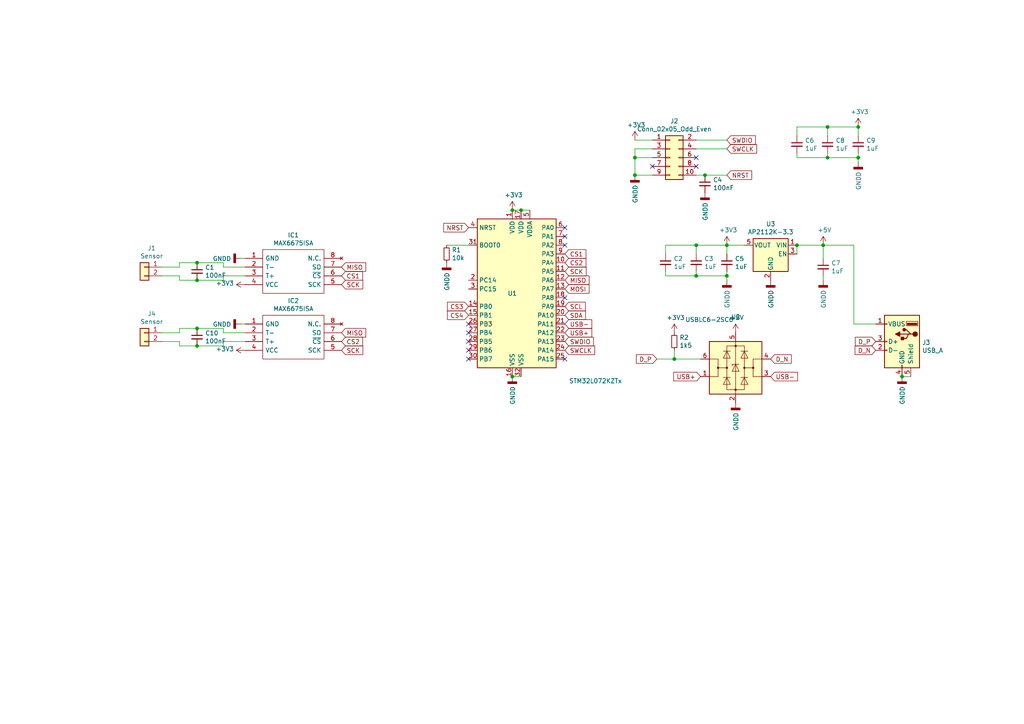
<source format=kicad_sch>
(kicad_sch (version 20231120) (generator "eeschema") (generator_version "8.0")
  (paper "A4")
  (title_block (title "USB Temperatur logger") (date "2025-02-16") (rev "1,0"))
  (lib_symbols
    (symbol "Connector_Generic:Conn_01x02" (pin_names (offset 1.016) hide)
      (property "Reference" "J" (at 0 2.54 0))
      (property "Value" "Conn_01x02" (at 0 -5.08 0))
      (symbol "Conn_01x02_1_1"
        (rectangle (start -1.27 -2.413) (end 0 -2.667) (stroke (width 0.1524)))
        (rectangle (start -1.27 0.127) (end 0 -0.127) (stroke (width 0.1524)))
        (rectangle (start -1.27 1.27) (end 1.27 -3.81) (stroke (width 0.254)) (fill (type background)))
        (pin passive line (at -5.08 0 0) (length 3.81) (name "Pin_1") (number "1"))
        (pin passive line (at -5.08 -2.54 0) (length 3.81) (name "Pin_2") (number "2"))
      )
    )
    (symbol "Connector_Generic:Conn_02x05_Odd_Even" (pin_names (offset 1.016) hide)
      (property "Reference" "J" (at 1.27 7.62 0))
      (property "Value" "Conn_02x05_Odd_Even" (at 1.27 -7.62 0))
      (symbol "Conn_02x05_Odd_Even_1_1"
        (rectangle (start -1.27 -4.953) (end 0 -5.207) (stroke (width 0.1524)))
        (rectangle (start -1.27 -2.413) (end 0 -2.667) (stroke (width 0.1524)))
        (rectangle (start -1.27 0.127) (end 0 -0.127) (stroke (width 0.1524)))
        (rectangle (start -1.27 2.667) (end 0 2.413) (stroke (width 0.1524)))
        (rectangle (start -1.27 5.207) (end 0 4.953) (stroke (width 0.1524)))
        (rectangle (start -1.27 6.35) (end 3.81 -6.35) (stroke (width 0.254)) (fill (type background)))
        (rectangle (start 3.81 -4.953) (end 2.54 -5.207) (stroke (width 0.1524)))
        (rectangle (start 3.81 -2.413) (end 2.54 -2.667) (stroke (width 0.1524)))
        (rectangle (start 3.81 0.127) (end 2.54 -0.127) (stroke (width 0.1524)))
        (rectangle (start 3.81 2.667) (end 2.54 2.413) (stroke (width 0.1524)))
        (rectangle (start 3.81 5.207) (end 2.54 4.953) (stroke (width 0.1524)))
        (pin passive line (at -5.08 5.08 0) (length 3.81) (name "Pin_1") (number "1"))
        (pin passive line (at 7.62 -5.08 180) (length 3.81) (name "Pin_10") (number "10"))
        (pin passive line (at 7.62 5.08 180) (length 3.81) (name "Pin_2") (number "2"))
        (pin passive line (at -5.08 2.54 0) (length 3.81) (name "Pin_3") (number "3"))
        (pin passive line (at 7.62 2.54 180) (length 3.81) (name "Pin_4") (number "4"))
        (pin passive line (at -5.08 0 0) (length 3.81) (name "Pin_5") (number "5"))
        (pin passive line (at 7.62 0 180) (length 3.81) (name "Pin_6") (number "6"))
        (pin passive line (at -5.08 -2.54 0) (length 3.81) (name "Pin_7") (number "7"))
        (pin passive line (at 7.62 -2.54 180) (length 3.81) (name "Pin_8") (number "8"))
        (pin passive line (at -5.08 -5.08 0) (length 3.81) (name "Pin_9") (number "9"))
      )
    )
    (symbol "Device:C_Small" (pin_numbers hide) (pin_names (offset 0.254) hide)
      (property "Reference" "C" (at 0.254 1.778 0))
      (property "Value" "C_Small" (at 0.254 -2.032 0))
      (symbol "C_Small_0_1"
        (polyline (pts (xy -1.524 -0.508) (xy 1.524 -0.508)) (stroke (width 0.3302)))
        (polyline (pts (xy -1.524 0.508) (xy 1.524 0.508)) (stroke (width 0.3048)))
      )
      (symbol "C_Small_1_1"
        (pin passive line (at 0 2.54 270) (length 2.032) (name "~") (number "1"))
        (pin passive line (at 0 -2.54 90) (length 2.032) (name "~") (number "2"))
      )
    )
    (symbol "Device:R_Small" (pin_numbers hide) (pin_names (offset 0.254) hide)
      (property "Reference" "R" (at 0.762 0.508 0))
      (property "Value" "R_Small" (at 0.762 -1.016 0))
      (symbol "R_Small_0_1"
        (rectangle (start -0.762 1.778) (end 0.762 -1.778) (stroke (width 0.2032)))
      )
      (symbol "R_Small_1_1"
        (pin passive line (at 0 2.54 270) (length 0.762) (name "~") (number "1"))
        (pin passive line (at 0 -2.54 90) (length 0.762) (name "~") (number "2"))
      )
    )
    (symbol "OvnCtrl-rescue:+3V3-power" (power) (pin_names (offset 0))
      (property "Value" "power_+3V3" (at 0 3.556 0))
      (symbol "+3V3-power_0_1"
        (polyline (pts (xy -0.762 1.27) (xy 0 2.54)))
        (polyline (pts (xy 0 0) (xy 0 2.54)))
        (polyline (pts (xy 0 2.54) (xy 0.762 1.27)))
      )
      (symbol "+3V3-power_1_1"
        (pin power_in line (at 0 0 90) (length 0) hide (name "+3V3") (number "1"))
      )
    )
    (symbol "OvnCtrl-rescue:+5V-power" (power) (pin_names (offset 0))
      (property "Value" "power_+5V" (at 0 3.556 0))
      (symbol "+5V-power_0_1"
        (polyline (pts (xy -0.762 1.27) (xy 0 2.54)))
        (polyline (pts (xy 0 0) (xy 0 2.54)))
        (polyline (pts (xy 0 2.54) (xy 0.762 1.27)))
      )
      (symbol "+5V-power_1_1"
        (pin power_in line (at 0 0 90) (length 0) hide (name "+5V") (number "1"))
      )
    )
    (symbol "OvnCtrl-rescue:AP2112K-3.3-Regulator_Linear-Templogger-rescue" (pin_names (offset 0.254))
      (property "Reference" "U" (at -5.08 5.715 0))
      (property "Value" "AP2112K-3.3-Regulator_Linear-Templogger-rescue" (at 0 5.715 0))
      (symbol "AP2112K-3.3-Regulator_Linear-Templogger-rescue_0_1"
        (rectangle (start -5.08 4.445) (end 5.08 -5.08) (stroke (width 0.254)) (fill (type background)))
      )
      (symbol "AP2112K-3.3-Regulator_Linear-Templogger-rescue_1_1"
        (pin power_in line (at -7.62 2.54 0) (length 2.54) (name "VIN") (number "1"))
        (pin power_in line (at 0 -7.62 90) (length 2.54) (name "GND") (number "2"))
        (pin input line (at -7.62 0 0) (length 2.54) (name "EN") (number "3"))
        (pin no_connect line (at 7.62 0 180) (length 2.54) hide (name "NC") (number "4"))
        (pin power_out line (at 7.62 2.54 180) (length 2.54) (name "VOUT") (number "5"))
      )
    )
    (symbol "OvnCtrl-rescue:GNDD-power" (power) (pin_names (offset 0))
      (property "Value" "power_GNDD" (at 0 -3.175 0))
      (symbol "GNDD-power_0_1"
        (rectangle (start -1.27 -1.524) (end 1.27 -2.032) (stroke (width 0.254)) (fill (type outline)))
        (polyline (pts (xy 0 0) (xy 0 -1.524)))
      )
      (symbol "GNDD-power_1_1"
        (pin power_in line (at 0 0 270) (length 0) hide (name "GNDD") (number "1"))
      )
    )
    (symbol "OvnCtrl-rescue:MAX6675ISA-SamacSys_Parts-Templogger-rescue" (pin_names (offset 0.762))
      (property "Reference" "IC" (at 24.13 7.62 0))
      (property "Value" "MAX6675ISA-SamacSys_Parts-Templogger-rescue" (at 24.13 5.08 0))
      (symbol "MAX6675ISA-SamacSys_Parts-Templogger-rescue_0_0"
        (pin passive line (at 0 0 0) (length 5.08) (name "GND") (number "1"))
        (pin passive line (at 0 -2.54 0) (length 5.08) (name "T-") (number "2"))
        (pin passive line (at 0 -5.08 0) (length 5.08) (name "T+") (number "3"))
        (pin passive line (at 0 -7.62 0) (length 5.08) (name "VCC") (number "4"))
        (pin passive line (at 27.94 -7.62 180) (length 5.08) (name "SCK") (number "5"))
        (pin passive line (at 27.94 -5.08 180) (length 5.08) (name "~{CS}") (number "6"))
        (pin passive line (at 27.94 -2.54 180) (length 5.08) (name "SO") (number "7"))
        (pin no_connect line (at 27.94 0 180) (length 5.08) (name "N.C.") (number "8"))
      )
      (symbol "MAX6675ISA-SamacSys_Parts-Templogger-rescue_0_1"
        (polyline (pts (xy 5.08 2.54) (xy 22.86 2.54) (xy 22.86 -10.16) (xy 5.08 -10.16) (xy 5.08 2.54)) (stroke (width 0.1524)))
      )
    )
    (symbol "OvnCtrl-rescue:STM32L072KZTx-MCU_ST_STM32L0"
      (property "Reference" "U" (at -12.7 21.59 0))
      (property "Value" "MCU_ST_STM32L0_STM32L072KZTx" (at 5.08 21.59 0))
      (symbol "STM32L072KZTx-MCU_ST_STM32L0_0_1"
        (rectangle (start -12.7 -22.86) (end 10.16 20.32) (stroke (width 0.254)) (fill (type background)))
      )
      (symbol "STM32L072KZTx-MCU_ST_STM32L0_1_1"
        (pin power_in line (at -2.54 22.86 270) (length 2.54) (name "VDD") (number "1"))
        (pin bidirectional line (at 12.7 7.62 180) (length 2.54) (name "PA4") (number "10"))
        (pin bidirectional line (at 12.7 5.08 180) (length 2.54) (name "PA5") (number "11"))
        (pin bidirectional line (at 12.7 2.54 180) (length 2.54) (name "PA6") (number "12"))
        (pin bidirectional line (at 12.7 0 180) (length 2.54) (name "PA7") (number "13"))
        (pin bidirectional line (at -15.24 -5.08 0) (length 2.54) (name "PB0") (number "14"))
        (pin bidirectional line (at -15.24 -7.62 0) (length 2.54) (name "PB1") (number "15"))
        (pin power_in line (at -2.54 -25.4 90) (length 2.54) (name "VSS") (number "16"))
        (pin power_in line (at 0 22.86 270) (length 2.54) (name "VDD") (number "17"))
        (pin bidirectional line (at 12.7 -2.54 180) (length 2.54) (name "PA8") (number "18"))
        (pin bidirectional line (at 12.7 -5.08 180) (length 2.54) (name "PA9") (number "19"))
        (pin bidirectional line (at -15.24 2.54 0) (length 2.54) (name "PC14") (number "2"))
        (pin bidirectional line (at 12.7 -7.62 180) (length 2.54) (name "PA10") (number "20"))
        (pin bidirectional line (at 12.7 -10.16 180) (length 2.54) (name "PA11") (number "21"))
        (pin bidirectional line (at 12.7 -12.7 180) (length 2.54) (name "PA12") (number "22"))
        (pin bidirectional line (at 12.7 -15.24 180) (length 2.54) (name "PA13") (number "23"))
        (pin bidirectional line (at 12.7 -17.78 180) (length 2.54) (name "PA14") (number "24"))
        (pin bidirectional line (at 12.7 -20.32 180) (length 2.54) (name "PA15") (number "25"))
        (pin bidirectional line (at -15.24 -10.16 0) (length 2.54) (name "PB3") (number "26"))
        (pin bidirectional line (at -15.24 -12.7 0) (length 2.54) (name "PB4") (number "27"))
        (pin bidirectional line (at -15.24 -15.24 0) (length 2.54) (name "PB5") (number "28"))
        (pin bidirectional line (at -15.24 -17.78 0) (length 2.54) (name "PB6") (number "29"))
        (pin bidirectional line (at -15.24 0 0) (length 2.54) (name "PC15") (number "3"))
        (pin bidirectional line (at -15.24 -20.32 0) (length 2.54) (name "PB7") (number "30"))
        (pin input line (at -15.24 12.7 0) (length 2.54) (name "BOOT0") (number "31"))
        (pin power_in line (at 0 -25.4 90) (length 2.54) (name "VSS") (number "32"))
        (pin input line (at -15.24 17.78 0) (length 2.54) (name "NRST") (number "4"))
        (pin power_in line (at 2.54 22.86 270) (length 2.54) (name "VDDA") (number "5"))
        (pin bidirectional line (at 12.7 17.78 180) (length 2.54) (name "PA0") (number "6"))
        (pin bidirectional line (at 12.7 15.24 180) (length 2.54) (name "PA1") (number "7"))
        (pin bidirectional line (at 12.7 12.7 180) (length 2.54) (name "PA2") (number "8"))
        (pin bidirectional line (at 12.7 10.16 180) (length 2.54) (name "PA3") (number "9"))
      )
    )
    (symbol "OvnCtrl-rescue:USBLC6-2SC6-Power_Protection" (pin_names hide)
      (property "Reference" "U" (at 2.54 8.89 0))
      (property "Value" "Power_Protection_USBLC6-2SC6" (at 2.54 -8.89 0))
      (symbol "USBLC6-2SC6-Power_Protection_0_1"
        (rectangle (start -7.62 -7.62) (end 7.62 7.62) (stroke (width 0.254)) (fill (type background)))
        (circle (center -5.08 0) (radius 0.254) (fill (type outline)))
        (circle (center -2.54 0) (radius 0.254) (fill (type outline)))
        (rectangle (start -2.54 6.35) (end 2.54 -6.35))
        (circle (center 0 -6.35) (radius 0.254) (fill (type outline)))
        (polyline (pts (xy -5.08 -2.54) (xy -7.62 -2.54)))
        (polyline (pts (xy -5.08 0) (xy -5.08 -2.54)))
        (polyline (pts (xy -5.08 2.54) (xy -7.62 2.54)))
        (polyline (pts (xy -1.524 -2.794) (xy -3.556 -2.794)))
        (polyline (pts (xy -1.524 4.826) (xy -3.556 4.826)))
        (polyline (pts (xy 0 -7.62) (xy 0 -6.35)))
        (polyline (pts (xy 0 -6.35) (xy 0 1.27)))
        (polyline (pts (xy 0 1.27) (xy 0 6.35)))
        (polyline (pts (xy 0 6.35) (xy 0 7.62)))
        (polyline (pts (xy 1.524 -2.794) (xy 3.556 -2.794)))
        (polyline (pts (xy 1.524 4.826) (xy 3.556 4.826)))
        (polyline (pts (xy 5.08 -2.54) (xy 7.62 -2.54)))
        (polyline (pts (xy 5.08 0) (xy 5.08 -2.54)))
        (polyline (pts (xy 5.08 2.54) (xy 7.62 2.54)))
        (polyline (pts (xy -2.54 0) (xy -5.08 0) (xy -5.08 2.54)))
        (polyline (pts (xy 2.54 0) (xy 5.08 0) (xy 5.08 2.54)))
        (polyline (pts (xy -3.556 -4.826) (xy -1.524 -4.826) (xy -2.54 -2.794) (xy -3.556 -4.826)))
        (polyline (pts (xy -3.556 2.794) (xy -1.524 2.794) (xy -2.54 4.826) (xy -3.556 2.794)))
        (polyline (pts (xy -1.016 -1.016) (xy 1.016 -1.016) (xy 0 1.016) (xy -1.016 -1.016)))
        (polyline (pts (xy 1.016 1.016) (xy 0.762 1.016) (xy -1.016 1.016) (xy -1.016 0.508)))
        (polyline (pts (xy 3.556 -4.826) (xy 1.524 -4.826) (xy 2.54 -2.794) (xy 3.556 -4.826)))
        (polyline (pts (xy 3.556 2.794) (xy 1.524 2.794) (xy 2.54 4.826) (xy 3.556 2.794)))
        (circle (center 0 6.35) (radius 0.254) (fill (type outline)))
        (circle (center 2.54 0) (radius 0.254) (fill (type outline)))
        (circle (center 5.08 0) (radius 0.254) (fill (type outline)))
      )
      (symbol "USBLC6-2SC6-Power_Protection_1_1"
        (pin passive line (at -10.16 -2.54 0) (length 2.54) (name "I/O1") (number "1"))
        (pin passive line (at 0 -10.16 90) (length 2.54) (name "GND") (number "2"))
        (pin passive line (at 10.16 -2.54 180) (length 2.54) (name "I/O2") (number "3"))
        (pin passive line (at 10.16 2.54 180) (length 2.54) (name "I/O2") (number "4"))
        (pin passive line (at 0 10.16 270) (length 2.54) (name "VBUS") (number "5"))
        (pin passive line (at -10.16 2.54 0) (length 2.54) (name "I/O1") (number "6"))
      )
    )
    (symbol "OvnCtrl-rescue:USB_A-Connector-Templogger-rescue" (pin_names (offset 1.016))
      (property "Reference" "J" (at -5.08 11.43 0))
      (property "Value" "USB_A-Connector-Templogger-rescue" (at -5.08 8.89 0))
      (symbol "USB_A-Connector-Templogger-rescue_0_1"
        (rectangle (start -5.08 -7.62) (end 5.08 7.62) (stroke (width 0.254)) (fill (type background)))
        (circle (center -3.81 2.159) (radius 0.635) (stroke (width 0.254)) (fill (type outline)))
        (rectangle (start -1.524 4.826) (end -4.318 5.334) (fill (type outline)))
        (rectangle (start -1.27 4.572) (end -4.572 5.842))
        (circle (center -0.635 3.429) (radius 0.381) (stroke (width 0.254)) (fill (type outline)))
        (rectangle (start -0.127 -7.62) (end 0.127 -6.858))
        (polyline (pts (xy -3.175 2.159) (xy -2.54 2.159) (xy -1.27 3.429) (xy -0.635 3.429)) (stroke (width 0.254)))
        (polyline (pts (xy -2.54 2.159) (xy -1.905 2.159) (xy -1.27 0.889) (xy 0 0.889)) (stroke (width 0.254)))
        (polyline (pts (xy 0.635 2.794) (xy 0.635 1.524) (xy 1.905 2.159) (xy 0.635 2.794)) (stroke (width 0.254)) (fill (type outline)))
        (rectangle (start 0.254 1.27) (end -0.508 0.508) (stroke (width 0.254)) (fill (type outline)))
        (rectangle (start 5.08 -2.667) (end 4.318 -2.413))
        (rectangle (start 5.08 -0.127) (end 4.318 0.127))
        (rectangle (start 5.08 4.953) (end 4.318 5.207))
      )
      (symbol "USB_A-Connector-Templogger-rescue_1_1"
        (polyline (pts (xy -1.905 2.159) (xy 0.635 2.159)) (stroke (width 0.254)))
        (pin power_in line (at 7.62 5.08 180) (length 2.54) (name "VBUS") (number "1"))
        (pin passive line (at 7.62 -2.54 180) (length 2.54) (name "D-") (number "2"))
        (pin passive line (at 7.62 0 180) (length 2.54) (name "D+") (number "3"))
        (pin power_in line (at 0 -10.16 90) (length 2.54) (name "GND") (number "4"))
        (pin passive line (at -2.54 -10.16 90) (length 2.54) (name "Shield") (number "5"))
      )
    )
  )
  (junction (at 210.82 80.01))
  (junction (at 184.15 50.8))
  (junction (at 57.15 76.2))
  (junction (at 184.15 45.72))
  (junction (at 57.15 95.25))
  (junction (at 201.93 71.12))
  (junction (at 57.15 81.28))
  (junction (at 148.59 109.22))
  (junction (at 238.76 71.12))
  (junction (at 248.92 45.72))
  (junction (at 210.82 71.12))
  (junction (at 151.13 60.96))
  (junction (at 148.59 60.96))
  (junction (at 201.93 80.01))
  (junction (at 240.03 36.83))
  (junction (at 248.92 36.83))
  (junction (at 57.15 100.33))
  (junction (at 204.47 50.8))
  (junction (at 195.58 104.14))
  (junction (at 240.03 45.72))
  (junction (at 231.14 71.12))
  (junction (at 261.62 109.22))
  (no_connect (at 163.83 104.14))
  (no_connect (at 201.93 45.72))
  (no_connect (at 135.89 96.52))
  (no_connect (at 135.89 101.6))
  (no_connect (at 135.89 99.06))
  (no_connect (at 163.83 86.36))
  (no_connect (at 135.89 93.98))
  (no_connect (at 189.23 48.26))
  (no_connect (at 163.83 68.58))
  (no_connect (at 163.83 71.12))
  (no_connect (at 135.89 104.14))
  (no_connect (at 201.93 48.26))
  (no_connect (at 163.83 66.04))
  (wire (pts (xy 240.03 45.72) (xy 231.14 45.72)))
  (wire (pts (xy 57.15 81.28) (xy 64.77 81.28)))
  (wire (pts (xy 238.76 71.12) (xy 238.76 74.93)))
  (wire (pts (xy 64.77 99.06) (xy 71.12 99.06)))
  (wire (pts (xy 195.58 101.6) (xy 195.58 104.14)))
  (wire (pts (xy 247.65 71.12) (xy 247.65 93.98)))
  (wire (pts (xy 71.12 77.47) (xy 64.77 77.47)))
  (wire (pts (xy 201.93 80.01) (xy 193.04 80.01)))
  (wire (pts (xy 64.77 96.52) (xy 64.77 95.25)))
  (wire (pts (xy 57.15 100.33) (xy 64.77 100.33)))
  (wire (pts (xy 64.77 100.33) (xy 64.77 99.06)))
  (wire (pts (xy 248.92 44.45) (xy 248.92 45.72)))
  (wire (pts (xy 189.23 45.72) (xy 184.15 45.72)))
  (wire (pts (xy 71.12 74.93) (xy 69.85 74.93)))
  (wire (pts (xy 238.76 71.12) (xy 247.65 71.12)))
  (wire (pts (xy 153.67 60.96) (xy 151.13 60.96)))
  (wire (pts (xy 201.93 50.8) (xy 204.47 50.8)))
  (wire (pts (xy 52.07 96.52) (xy 46.99 96.52)))
  (wire (pts (xy 201.93 71.12) (xy 201.93 73.66)))
  (wire (pts (xy 71.12 96.52) (xy 64.77 96.52)))
  (wire (pts (xy 189.23 50.8) (xy 184.15 50.8)))
  (wire (pts (xy 52.07 80.01) (xy 52.07 81.28)))
  (wire (pts (xy 210.82 78.74) (xy 210.82 80.01)))
  (wire (pts (xy 64.77 80.01) (xy 71.12 80.01)))
  (wire (pts (xy 215.9 71.12) (xy 210.82 71.12)))
  (wire (pts (xy 248.92 36.83) (xy 240.03 36.83)))
  (wire (pts (xy 210.82 71.12) (xy 201.93 71.12)))
  (wire (pts (xy 184.15 45.72) (xy 184.15 50.8)))
  (wire (pts (xy 52.07 100.33) (xy 57.15 100.33)))
  (wire (pts (xy 190.5 104.14) (xy 195.58 104.14)))
  (wire (pts (xy 210.82 71.12) (xy 210.82 73.66)))
  (wire (pts (xy 240.03 36.83) (xy 231.14 36.83)))
  (wire (pts (xy 57.15 76.2) (xy 52.07 76.2)))
  (wire (pts (xy 210.82 40.64) (xy 201.93 40.64)))
  (wire (pts (xy 240.03 36.83) (xy 240.03 39.37)))
  (wire (pts (xy 189.23 40.64) (xy 184.15 40.64)))
  (wire (pts (xy 231.14 36.83) (xy 231.14 39.37)))
  (wire (pts (xy 52.07 77.47) (xy 46.99 77.47)))
  (wire (pts (xy 151.13 109.22) (xy 148.59 109.22)))
  (wire (pts (xy 64.77 76.2) (xy 57.15 76.2)))
  (wire (pts (xy 46.99 99.06) (xy 52.07 99.06)))
  (wire (pts (xy 201.93 71.12) (xy 193.04 71.12)))
  (wire (pts (xy 52.07 76.2) (xy 52.07 77.47)))
  (wire (pts (xy 248.92 45.72) (xy 240.03 45.72)))
  (wire (pts (xy 57.15 95.25) (xy 52.07 95.25)))
  (wire (pts (xy 231.14 73.66) (xy 231.14 71.12)))
  (wire (pts (xy 189.23 43.18) (xy 184.15 43.18)))
  (wire (pts (xy 64.77 95.25) (xy 57.15 95.25)))
  (wire (pts (xy 135.89 71.12) (xy 129.54 71.12)))
  (wire (pts (xy 64.77 81.28) (xy 64.77 80.01)))
  (wire (pts (xy 204.47 50.8) (xy 210.82 50.8)))
  (wire (pts (xy 52.07 81.28) (xy 57.15 81.28)))
  (wire (pts (xy 201.93 43.18) (xy 210.82 43.18)))
  (wire (pts (xy 193.04 80.01) (xy 193.04 78.74)))
  (wire (pts (xy 248.92 36.83) (xy 248.92 39.37)))
  (wire (pts (xy 193.04 71.12) (xy 193.04 73.66)))
  (wire (pts (xy 184.15 43.18) (xy 184.15 45.72)))
  (wire (pts (xy 151.13 60.96) (xy 148.59 60.96)))
  (wire (pts (xy 201.93 78.74) (xy 201.93 80.01)))
  (wire (pts (xy 210.82 80.01) (xy 201.93 80.01)))
  (wire (pts (xy 71.12 93.98) (xy 69.85 93.98)))
  (wire (pts (xy 46.99 80.01) (xy 52.07 80.01)))
  (wire (pts (xy 248.92 45.72) (xy 248.92 46.99)))
  (wire (pts (xy 238.76 71.12) (xy 231.14 71.12)))
  (wire (pts (xy 261.62 109.22) (xy 264.16 109.22)))
  (wire (pts (xy 254 93.98) (xy 247.65 93.98)))
  (wire (pts (xy 195.58 104.14) (xy 203.2 104.14)))
  (wire (pts (xy 238.76 80.01) (xy 238.76 81.28)))
  (wire (pts (xy 231.14 45.72) (xy 231.14 44.45)))
  (wire (pts (xy 52.07 95.25) (xy 52.07 96.52)))
  (wire (pts (xy 240.03 44.45) (xy 240.03 45.72)))
  (wire (pts (xy 52.07 99.06) (xy 52.07 100.33)))
  (wire (pts (xy 64.77 77.47) (xy 64.77 76.2)))
  (wire (pts (xy 210.82 80.01) (xy 210.82 81.28)))
  (global_label "D_N" (shape input) (at 223.52 104.14 0) (property "Intersheetrefs" "${INTERSHEET_REFS}" (effects (hide yes))))
  (global_label "CS4" (shape input) (at 135.89 91.44 180) (property "Intersheetrefs" "${INTERSHEET_REFS}" (effects (hide yes))))
  (global_label "SCL" (shape input) (at 163.83 88.9 0) (property "Intersheetrefs" "${INTERSHEET_REFS}" (effects (hide yes))))
  (global_label "D_N" (shape input) (at 254 101.6 180) (property "Intersheetrefs" "${INTERSHEET_REFS}" (effects (hide yes))))
  (global_label "D_P" (shape input) (at 254 99.06 180) (property "Intersheetrefs" "${INTERSHEET_REFS}" (effects (hide yes))))
  (global_label "SDA" (shape input) (at 163.83 91.44 0) (property "Intersheetrefs" "${INTERSHEET_REFS}" (effects (hide yes))))
  (global_label "SCK" (shape input) (at 99.06 82.55 0) (property "Intersheetrefs" "${INTERSHEET_REFS}" (effects (hide yes))))
  (global_label "MISO" (shape input) (at 99.06 96.52 0) (property "Intersheetrefs" "${INTERSHEET_REFS}" (effects (hide yes))))
  (global_label "SCK" (shape input) (at 99.06 101.6 0) (property "Intersheetrefs" "${INTERSHEET_REFS}" (effects (hide yes))))
  (global_label "NRST" (shape input) (at 210.82 50.8 0) (property "Intersheetrefs" "${INTERSHEET_REFS}" (effects (hide yes))))
  (global_label "USB-" (shape input) (at 223.52 109.22 0) (property "Intersheetrefs" "${INTERSHEET_REFS}" (effects (hide yes))))
  (global_label "D_P" (shape input) (at 190.5 104.14 180) (property "Intersheetrefs" "${INTERSHEET_REFS}" (effects (hide yes))))
  (global_label "MOSI" (shape input) (at 163.83 83.82 0) (property "Intersheetrefs" "${INTERSHEET_REFS}" (effects (hide yes))))
  (global_label "CS1" (shape input) (at 163.83 73.66 0) (property "Intersheetrefs" "${INTERSHEET_REFS}" (effects (hide yes))))
  (global_label "SWDIO" (shape input) (at 210.82 40.64 0) (property "Intersheetrefs" "${INTERSHEET_REFS}" (effects (hide yes))))
  (global_label "SWDIO" (shape input) (at 163.83 99.06 0) (property "Intersheetrefs" "${INTERSHEET_REFS}" (effects (hide yes))))
  (global_label "USB+" (shape input) (at 203.2 109.22 180) (property "Intersheetrefs" "${INTERSHEET_REFS}" (effects (hide yes))))
  (global_label "CS2" (shape input) (at 163.83 76.2 0) (property "Intersheetrefs" "${INTERSHEET_REFS}" (effects (hide yes))))
  (global_label "MISO" (shape input) (at 163.83 81.28 0) (property "Intersheetrefs" "${INTERSHEET_REFS}" (effects (hide yes))))
  (global_label "SCK" (shape input) (at 163.83 78.74 0) (property "Intersheetrefs" "${INTERSHEET_REFS}" (effects (hide yes))))
  (global_label "CS2" (shape input) (at 99.06 99.06 0) (property "Intersheetrefs" "${INTERSHEET_REFS}" (effects (hide yes))))
  (global_label "NRST" (shape input) (at 135.89 66.04 180) (property "Intersheetrefs" "${INTERSHEET_REFS}" (effects (hide yes))))
  (global_label "CS1" (shape input) (at 99.06 80.01 0) (property "Intersheetrefs" "${INTERSHEET_REFS}" (effects (hide yes))))
  (global_label "USB-" (shape input) (at 163.83 93.98 0) (property "Intersheetrefs" "${INTERSHEET_REFS}" (effects (hide yes))))
  (global_label "SWCLK" (shape input) (at 210.82 43.18 0) (property "Intersheetrefs" "${INTERSHEET_REFS}" (effects (hide yes))))
  (global_label "USB+" (shape input) (at 163.83 96.52 0) (property "Intersheetrefs" "${INTERSHEET_REFS}" (effects (hide yes))))
  (global_label "MISO" (shape input) (at 99.06 77.47 0) (property "Intersheetrefs" "${INTERSHEET_REFS}" (effects (hide yes))))
  (global_label "CS3" (shape input) (at 135.89 88.9 180) (property "Intersheetrefs" "${INTERSHEET_REFS}" (effects (hide yes))))
  (global_label "SWCLK" (shape input) (at 163.83 101.6 0) (property "Intersheetrefs" "${INTERSHEET_REFS}" (effects (hide yes))))
  (symbol (lib_id "OvnCtrl-rescue:+3V3-power") (at 148.59 60.96 0) (unit 1)
    (property "Reference" "#PWR04" (effects (hide yes)))
    (property "Value" "+3V3" (at 148.971 56.5658 0))
  )
  (symbol (lib_id "OvnCtrl-rescue:+3V3-power") (at 195.58 96.52 0) (unit 1)
    (property "Reference" "#PWR018" (effects (hide yes)))
    (property "Value" "+3V3" (at 195.961 92.1258 0))
  )
  (symbol (lib_id "Device:C_Small") (at 57.15 97.79 0) (unit 1)
    (property "Reference" "C10" (at 59.4868 96.6216 0) (effects (justify left)))
    (property "Value" "100nF" (at 59.4868 98.933 0) (effects (justify left)))
    (property "Footprint" "Capacitor_SMD:C_0805_2012Metric" (effects (hide yes)))
  )
  (symbol (lib_id "OvnCtrl-rescue:GNDD-power") (at 248.92 46.99 0) (unit 1)
    (property "Reference" "#PWR017" (effects (hide yes)))
    (property "Value" "GNDD" (at 249.0216 49.784 90) (effects (justify right)))
  )
  (symbol (lib_id "OvnCtrl-rescue:GNDD-power") (at 69.85 74.93 270) (unit 1)
    (property "Reference" "#PWR01" (effects (hide yes)))
    (property "Value" "GNDD" (at 67.056 75.0316 90) (effects (justify right)))
  )
  (symbol (lib_id "OvnCtrl-rescue:+5V-power") (at 238.76 71.12 0) (unit 1)
    (property "Reference" "#PWR014" (effects (hide yes)))
    (property "Value" "+5V" (at 239.141 66.7258 0))
  )
  (symbol (lib_id "OvnCtrl-rescue:MAX6675ISA-SamacSys_Parts-Templogger-rescue") (at 71.12 74.93 0) (unit 1)
    (property "Reference" "IC1" (at 85.09 68.199 0))
    (property "Value" "MAX6675ISA" (at 85.09 70.5104 0))
    (property "Footprint" "GL_Sensor:SOIC127P600X175-8N" (effects (hide yes)))
    (property "Datasheet" "https://componentsearchengine.com/Datasheets/1/MAX6675ISA.pdf" (effects (hide yes)))
    (property "Description" "IC THERMOCOUP TO DGTL 8-SOIC" (effects (hide yes)))
    (property "Height" "1.75" (effects (hide yes)))
    (property "Mouser Part Number" "N/A" (effects (hide yes)))
    (property "Mouser Price/Stock" "https://www.mouser.com/Search/Refine.aspx?Keyword=N%2FA" (effects (hide yes)))
    (property "Manufacturer_Name" "Maxim Integrated" (effects (hide yes)))
    (property "Manufacturer_Part_Number" "MAX6675ISA" (effects (hide yes)))
  )
  (symbol (lib_id "OvnCtrl-rescue:USB_A-Connector-Templogger-rescue") (at 261.62 99.06 0) (mirror y) (unit 1)
    (property "Reference" "J3" (at 267.462 99.3394 0) (effects (justify right)))
    (property "Value" "USB_A" (at 267.462 101.6508 0) (effects (justify right)))
    (property "Footprint" "Connector_USB:USB_Mini-B_Wuerth_65100516121_Horizontal" (effects (hide yes)))
  )
  (symbol (lib_id "OvnCtrl-rescue:+3V3-power") (at 71.12 101.6 90) (unit 1)
    (property "Reference" "#PWR021" (effects (hide yes)))
    (property "Value" "+3V3" (at 67.8688 101.219 90) (effects (justify left)))
  )
  (symbol (lib_id "OvnCtrl-rescue:GNDD-power") (at 69.85 93.98 270) (unit 1)
    (property "Reference" "#PWR020" (effects (hide yes)))
    (property "Value" "GNDD" (at 67.056 94.0816 90) (effects (justify right)))
  )
  (symbol (lib_id "Device:C_Small") (at 248.92 41.91 0) (unit 1)
    (property "Reference" "C9" (at 251.2568 40.7416 0) (effects (justify left)))
    (property "Value" "1uF" (at 251.2568 43.053 0) (effects (justify left)))
    (property "Footprint" "Capacitor_SMD:C_0805_2012Metric" (effects (hide yes)))
  )
  (symbol (lib_id "OvnCtrl-rescue:GNDD-power") (at 204.47 55.88 0) (unit 1)
    (property "Reference" "#PWR08" (effects (hide yes)))
    (property "Value" "GNDD" (at 204.5716 58.674 90) (effects (justify right)))
  )
  (symbol (lib_id "Device:C_Small") (at 193.04 76.2 0) (unit 1)
    (property "Reference" "C2" (at 195.3768 75.0316 0) (effects (justify left)))
    (property "Value" "1uF" (at 195.3768 77.343 0) (effects (justify left)))
    (property "Footprint" "Capacitor_SMD:C_0805_2012Metric" (effects (hide yes)))
  )
  (symbol (lib_id "OvnCtrl-rescue:GNDD-power") (at 238.76 81.28 0) (unit 1)
    (property "Reference" "#PWR015" (effects (hide yes)))
    (property "Value" "GNDD" (at 238.8616 84.074 90) (effects (justify right)))
  )
  (symbol (lib_id "Device:R_Small") (at 129.54 73.66 0) (unit 1)
    (property "Reference" "R1" (at 131.0386 72.4916 0) (effects (justify left)))
    (property "Value" "10k" (at 131.0386 74.803 0) (effects (justify left)))
    (property "Footprint" "Resistor_SMD:R_0805_2012Metric" (effects (hide yes)))
  )
  (symbol (lib_id "Device:C_Small") (at 204.47 53.34 0) (unit 1)
    (property "Reference" "C4" (at 206.8068 52.1716 0) (effects (justify left)))
    (property "Value" "100nF" (at 206.8068 54.483 0) (effects (justify left)))
    (property "Footprint" "Capacitor_SMD:C_0805_2012Metric" (effects (hide yes)))
  )
  (symbol (lib_id "Device:C_Small") (at 210.82 76.2 0) (unit 1)
    (property "Reference" "C5" (at 213.1568 75.0316 0) (effects (justify left)))
    (property "Value" "1uF" (at 213.1568 77.343 0) (effects (justify left)))
    (property "Footprint" "Capacitor_SMD:C_0805_2012Metric" (effects (hide yes)))
  )
  (symbol (lib_id "OvnCtrl-rescue:+3V3-power") (at 184.15 40.64 0) (unit 1)
    (property "Reference" "#PWR06" (effects (hide yes)))
    (property "Value" "+3V3" (at 184.531 36.2458 0))
  )
  (symbol (lib_id "OvnCtrl-rescue:+3V3-power") (at 248.92 36.83 0) (unit 1)
    (property "Reference" "#PWR016" (effects (hide yes)))
    (property "Value" "+3V3" (at 249.301 32.4358 0))
  )
  (symbol (lib_id "Connector_Generic:Conn_01x02") (at 41.91 96.52 0) (mirror y) (unit 1)
    (property "Reference" "J4" (at 43.9928 91.0082 0))
    (property "Value" "Sensor" (at 43.9928 93.3196 0))
    (property "Footprint" "Connector_Molex:Molex_KK-254_AE-6410-02A_1x02_P2.54mm_Vertical" (effects (hide yes)))
  )
  (symbol (lib_id "OvnCtrl-rescue:GNDD-power") (at 129.54 76.2 0) (unit 1)
    (property "Reference" "#PWR03" (effects (hide yes)))
    (property "Value" "GNDD" (at 129.6416 78.994 90) (effects (justify right)))
  )
  (symbol (lib_id "Device:C_Small") (at 238.76 77.47 0) (unit 1)
    (property "Reference" "C7" (at 241.0968 76.3016 0) (effects (justify left)))
    (property "Value" "1uF" (at 241.0968 78.613 0) (effects (justify left)))
    (property "Footprint" "Capacitor_SMD:C_0805_2012Metric" (effects (hide yes)))
  )
  (symbol (lib_id "OvnCtrl-rescue:+3V3-power") (at 210.82 71.12 0) (unit 1)
    (property "Reference" "#PWR09" (effects (hide yes)))
    (property "Value" "+3V3" (at 211.201 66.7258 0))
  )
  (symbol (lib_id "OvnCtrl-rescue:AP2112K-3.3-Regulator_Linear-Templogger-rescue") (at 223.52 73.66 0) (mirror y) (unit 1)
    (property "Reference" "U3" (at 223.52 64.9732 0))
    (property "Value" "AP2112K-3.3" (at 223.52 67.2846 0))
    (property "Footprint" "Package_TO_SOT_SMD:SOT-23-5" (effects (hide yes)))
    (property "Datasheet" "https://www.diodes.com/assets/Datasheets/AP2112.pdf" (effects (hide yes)))
  )
  (symbol (lib_id "OvnCtrl-rescue:GNDD-power") (at 213.36 116.84 0) (unit 1)
    (property "Reference" "#PWR012" (effects (hide yes)))
    (property "Value" "GNDD" (at 213.4616 119.634 90) (effects (justify right)))
  )
  (symbol (lib_id "OvnCtrl-rescue:MAX6675ISA-SamacSys_Parts-Templogger-rescue") (at 71.12 93.98 0) (unit 1)
    (property "Reference" "IC2" (at 85.09 87.249 0))
    (property "Value" "MAX6675ISA" (at 85.09 89.5604 0))
    (property "Footprint" "GL_Sensor:SOIC127P600X175-8N" (effects (hide yes)))
    (property "Datasheet" "https://componentsearchengine.com/Datasheets/1/MAX6675ISA.pdf" (effects (hide yes)))
    (property "Description" "IC THERMOCOUP TO DGTL 8-SOIC" (effects (hide yes)))
    (property "Height" "1.75" (effects (hide yes)))
    (property "Mouser Part Number" "N/A" (effects (hide yes)))
    (property "Mouser Price/Stock" "https://www.mouser.com/Search/Refine.aspx?Keyword=N%2FA" (effects (hide yes)))
    (property "Manufacturer_Name" "Maxim Integrated" (effects (hide yes)))
    (property "Manufacturer_Part_Number" "MAX6675ISA" (effects (hide yes)))
  )
  (symbol (lib_id "Device:C_Small") (at 201.93 76.2 0) (unit 1)
    (property "Reference" "C3" (at 204.2668 75.0316 0) (effects (justify left)))
    (property "Value" "1uF" (at 204.2668 77.343 0) (effects (justify left)))
    (property "Footprint" "Capacitor_SMD:C_0805_2012Metric" (effects (hide yes)))
  )
  (symbol (lib_id "OvnCtrl-rescue:+3V3-power") (at 71.12 82.55 90) (unit 1)
    (property "Reference" "#PWR02" (effects (hide yes)))
    (property "Value" "+3V3" (at 67.8688 82.169 90) (effects (justify left)))
  )
  (symbol (lib_id "OvnCtrl-rescue:GNDD-power") (at 223.52 81.28 0) (unit 1)
    (property "Reference" "#PWR013" (effects (hide yes)))
    (property "Value" "GNDD" (at 223.6216 84.074 90) (effects (justify right)))
  )
  (symbol (lib_id "Device:C_Small") (at 240.03 41.91 0) (unit 1)
    (property "Reference" "C8" (at 242.3668 40.7416 0) (effects (justify left)))
    (property "Value" "1uF" (at 242.3668 43.053 0) (effects (justify left)))
    (property "Footprint" "Capacitor_SMD:C_0805_2012Metric" (effects (hide yes)))
  )
  (symbol (lib_id "OvnCtrl-rescue:USBLC6-2SC6-Power_Protection") (at 213.36 106.68 0) (unit 1)
    (property "Reference" "U2" (at 213.36 91.9226 0))
    (property "Value" "USBLC6-2SC6" (at 205.74 92.71 0))
    (property "Footprint" "Package_TO_SOT_SMD:SOT-23-6" (effects (hide yes)))
    (property "Datasheet" "https://www.st.com/resource/en/datasheet/usblc6-2.pdf" (effects (hide yes)))
  )
  (symbol (lib_id "Device:R_Small") (at 195.58 99.06 0) (unit 1)
    (property "Reference" "R2" (at 197.0786 97.8916 0) (effects (justify left)))
    (property "Value" "1k5" (at 197.0786 100.203 0) (effects (justify left)))
    (property "Footprint" "Resistor_SMD:R_0805_2012Metric" (effects (hide yes)))
  )
  (symbol (lib_id "OvnCtrl-rescue:STM32L072KZTx-MCU_ST_STM32L0") (at 151.13 83.82 0) (unit 1)
    (property "Reference" "U1" (at 148.59 85.09 0))
    (property "Value" "STM32L072KZTx" (at 172.72 110.49 0))
    (property "Footprint" "Package_QFP:LQFP-32_7x7mm_P0.8mm" (effects (hide yes)))
    (property "Datasheet" "http://www.st.com/st-web-ui/static/active/en/resource/technical/document/datasheet/DM00141133.pdf" (effects (hide yes)))
  )
  (symbol (lib_id "Connector_Generic:Conn_02x05_Odd_Even") (at 194.31 45.72 0) (unit 1)
    (property "Reference" "J2" (at 195.58 35.1282 0))
    (property "Value" "Conn_02x05_Odd_Even" (at 195.58 37.4396 0))
    (property "Footprint" "Connector_PinHeader_1.27mm:PinHeader_2x05_P1.27mm_Vertical_SMD" (effects (hide yes)))
  )
  (symbol (lib_id "Device:C_Small") (at 231.14 41.91 0) (unit 1)
    (property "Reference" "C6" (at 233.4768 40.7416 0) (effects (justify left)))
    (property "Value" "1uF" (at 233.4768 43.053 0) (effects (justify left)))
    (property "Footprint" "Capacitor_SMD:C_0805_2012Metric" (effects (hide yes)))
  )
  (symbol (lib_id "OvnCtrl-rescue:+5V-power") (at 213.36 96.52 0) (unit 1)
    (property "Reference" "#PWR011" (effects (hide yes)))
    (property "Value" "+5V" (at 213.741 92.1258 0))
  )
  (symbol (lib_id "Device:C_Small") (at 57.15 78.74 0) (unit 1)
    (property "Reference" "C1" (at 59.4868 77.5716 0) (effects (justify left)))
    (property "Value" "100nF" (at 59.4868 79.883 0) (effects (justify left)))
    (property "Footprint" "Capacitor_SMD:C_0805_2012Metric" (effects (hide yes)))
  )
  (symbol (lib_id "OvnCtrl-rescue:GNDD-power") (at 184.15 50.8 0) (unit 1)
    (property "Reference" "#PWR07" (effects (hide yes)))
    (property "Value" "GNDD" (at 184.2516 53.594 90) (effects (justify right)))
  )
  (symbol (lib_id "OvnCtrl-rescue:GNDD-power") (at 148.59 109.22 0) (unit 1)
    (property "Reference" "#PWR05" (effects (hide yes)))
    (property "Value" "GNDD" (at 148.6916 112.014 90) (effects (justify right)))
  )
  (symbol (lib_id "OvnCtrl-rescue:GNDD-power") (at 210.82 81.28 0) (unit 1)
    (property "Reference" "#PWR010" (effects (hide yes)))
    (property "Value" "GNDD" (at 210.9216 84.074 90) (effects (justify right)))
  )
  (symbol (lib_id "OvnCtrl-rescue:GNDD-power") (at 261.62 109.22 0) (unit 1)
    (property "Reference" "#PWR019" (effects (hide yes)))
    (property "Value" "GNDD" (at 261.7216 112.014 90) (effects (justify right)))
  )
  (symbol (lib_id "Connector_Generic:Conn_01x02") (at 41.91 77.47 0) (mirror y) (unit 1)
    (property "Reference" "J1" (at 43.9928 71.9582 0))
    (property "Value" "Sensor" (at 43.9928 74.2696 0))
    (property "Footprint" "Connector_Molex:Molex_KK-254_AE-6410-02A_1x02_P2.54mm_Vertical" (effects (hide yes)))
  )
)
</source>
